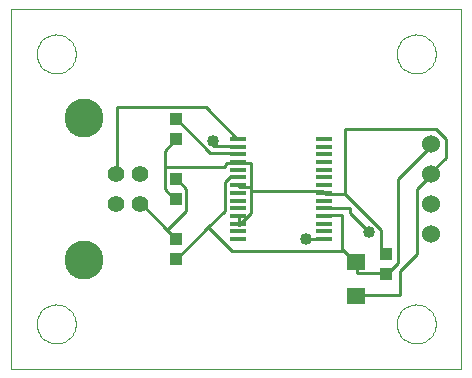
<source format=gtl>
G75*
G70*
%OFA0B0*%
%FSLAX24Y24*%
%IPPOS*%
%LPD*%
%AMOC8*
5,1,8,0,0,1.08239X$1,22.5*
%
%ADD10C,0.0000*%
%ADD11R,0.0394X0.0433*%
%ADD12R,0.0630X0.0551*%
%ADD13C,0.0560*%
%ADD14C,0.1300*%
%ADD15C,0.0600*%
%ADD16R,0.0550X0.0137*%
%ADD17C,0.0100*%
%ADD18C,0.0400*%
D10*
X001552Y000101D02*
X001552Y012101D01*
X016552Y012101D01*
X016552Y000101D01*
X001552Y000101D01*
X002402Y001601D02*
X002404Y001651D01*
X002410Y001701D01*
X002420Y001751D01*
X002433Y001799D01*
X002450Y001847D01*
X002471Y001893D01*
X002495Y001937D01*
X002523Y001979D01*
X002554Y002019D01*
X002588Y002056D01*
X002625Y002091D01*
X002664Y002122D01*
X002705Y002151D01*
X002749Y002176D01*
X002795Y002198D01*
X002842Y002216D01*
X002890Y002230D01*
X002939Y002241D01*
X002989Y002248D01*
X003039Y002251D01*
X003090Y002250D01*
X003140Y002245D01*
X003190Y002236D01*
X003238Y002224D01*
X003286Y002207D01*
X003332Y002187D01*
X003377Y002164D01*
X003420Y002137D01*
X003460Y002107D01*
X003498Y002074D01*
X003533Y002038D01*
X003566Y001999D01*
X003595Y001958D01*
X003621Y001915D01*
X003644Y001870D01*
X003663Y001823D01*
X003678Y001775D01*
X003690Y001726D01*
X003698Y001676D01*
X003702Y001626D01*
X003702Y001576D01*
X003698Y001526D01*
X003690Y001476D01*
X003678Y001427D01*
X003663Y001379D01*
X003644Y001332D01*
X003621Y001287D01*
X003595Y001244D01*
X003566Y001203D01*
X003533Y001164D01*
X003498Y001128D01*
X003460Y001095D01*
X003420Y001065D01*
X003377Y001038D01*
X003332Y001015D01*
X003286Y000995D01*
X003238Y000978D01*
X003190Y000966D01*
X003140Y000957D01*
X003090Y000952D01*
X003039Y000951D01*
X002989Y000954D01*
X002939Y000961D01*
X002890Y000972D01*
X002842Y000986D01*
X002795Y001004D01*
X002749Y001026D01*
X002705Y001051D01*
X002664Y001080D01*
X002625Y001111D01*
X002588Y001146D01*
X002554Y001183D01*
X002523Y001223D01*
X002495Y001265D01*
X002471Y001309D01*
X002450Y001355D01*
X002433Y001403D01*
X002420Y001451D01*
X002410Y001501D01*
X002404Y001551D01*
X002402Y001601D01*
X002402Y010601D02*
X002404Y010651D01*
X002410Y010701D01*
X002420Y010751D01*
X002433Y010799D01*
X002450Y010847D01*
X002471Y010893D01*
X002495Y010937D01*
X002523Y010979D01*
X002554Y011019D01*
X002588Y011056D01*
X002625Y011091D01*
X002664Y011122D01*
X002705Y011151D01*
X002749Y011176D01*
X002795Y011198D01*
X002842Y011216D01*
X002890Y011230D01*
X002939Y011241D01*
X002989Y011248D01*
X003039Y011251D01*
X003090Y011250D01*
X003140Y011245D01*
X003190Y011236D01*
X003238Y011224D01*
X003286Y011207D01*
X003332Y011187D01*
X003377Y011164D01*
X003420Y011137D01*
X003460Y011107D01*
X003498Y011074D01*
X003533Y011038D01*
X003566Y010999D01*
X003595Y010958D01*
X003621Y010915D01*
X003644Y010870D01*
X003663Y010823D01*
X003678Y010775D01*
X003690Y010726D01*
X003698Y010676D01*
X003702Y010626D01*
X003702Y010576D01*
X003698Y010526D01*
X003690Y010476D01*
X003678Y010427D01*
X003663Y010379D01*
X003644Y010332D01*
X003621Y010287D01*
X003595Y010244D01*
X003566Y010203D01*
X003533Y010164D01*
X003498Y010128D01*
X003460Y010095D01*
X003420Y010065D01*
X003377Y010038D01*
X003332Y010015D01*
X003286Y009995D01*
X003238Y009978D01*
X003190Y009966D01*
X003140Y009957D01*
X003090Y009952D01*
X003039Y009951D01*
X002989Y009954D01*
X002939Y009961D01*
X002890Y009972D01*
X002842Y009986D01*
X002795Y010004D01*
X002749Y010026D01*
X002705Y010051D01*
X002664Y010080D01*
X002625Y010111D01*
X002588Y010146D01*
X002554Y010183D01*
X002523Y010223D01*
X002495Y010265D01*
X002471Y010309D01*
X002450Y010355D01*
X002433Y010403D01*
X002420Y010451D01*
X002410Y010501D01*
X002404Y010551D01*
X002402Y010601D01*
X014402Y010601D02*
X014404Y010651D01*
X014410Y010701D01*
X014420Y010751D01*
X014433Y010799D01*
X014450Y010847D01*
X014471Y010893D01*
X014495Y010937D01*
X014523Y010979D01*
X014554Y011019D01*
X014588Y011056D01*
X014625Y011091D01*
X014664Y011122D01*
X014705Y011151D01*
X014749Y011176D01*
X014795Y011198D01*
X014842Y011216D01*
X014890Y011230D01*
X014939Y011241D01*
X014989Y011248D01*
X015039Y011251D01*
X015090Y011250D01*
X015140Y011245D01*
X015190Y011236D01*
X015238Y011224D01*
X015286Y011207D01*
X015332Y011187D01*
X015377Y011164D01*
X015420Y011137D01*
X015460Y011107D01*
X015498Y011074D01*
X015533Y011038D01*
X015566Y010999D01*
X015595Y010958D01*
X015621Y010915D01*
X015644Y010870D01*
X015663Y010823D01*
X015678Y010775D01*
X015690Y010726D01*
X015698Y010676D01*
X015702Y010626D01*
X015702Y010576D01*
X015698Y010526D01*
X015690Y010476D01*
X015678Y010427D01*
X015663Y010379D01*
X015644Y010332D01*
X015621Y010287D01*
X015595Y010244D01*
X015566Y010203D01*
X015533Y010164D01*
X015498Y010128D01*
X015460Y010095D01*
X015420Y010065D01*
X015377Y010038D01*
X015332Y010015D01*
X015286Y009995D01*
X015238Y009978D01*
X015190Y009966D01*
X015140Y009957D01*
X015090Y009952D01*
X015039Y009951D01*
X014989Y009954D01*
X014939Y009961D01*
X014890Y009972D01*
X014842Y009986D01*
X014795Y010004D01*
X014749Y010026D01*
X014705Y010051D01*
X014664Y010080D01*
X014625Y010111D01*
X014588Y010146D01*
X014554Y010183D01*
X014523Y010223D01*
X014495Y010265D01*
X014471Y010309D01*
X014450Y010355D01*
X014433Y010403D01*
X014420Y010451D01*
X014410Y010501D01*
X014404Y010551D01*
X014402Y010601D01*
X014402Y001601D02*
X014404Y001651D01*
X014410Y001701D01*
X014420Y001751D01*
X014433Y001799D01*
X014450Y001847D01*
X014471Y001893D01*
X014495Y001937D01*
X014523Y001979D01*
X014554Y002019D01*
X014588Y002056D01*
X014625Y002091D01*
X014664Y002122D01*
X014705Y002151D01*
X014749Y002176D01*
X014795Y002198D01*
X014842Y002216D01*
X014890Y002230D01*
X014939Y002241D01*
X014989Y002248D01*
X015039Y002251D01*
X015090Y002250D01*
X015140Y002245D01*
X015190Y002236D01*
X015238Y002224D01*
X015286Y002207D01*
X015332Y002187D01*
X015377Y002164D01*
X015420Y002137D01*
X015460Y002107D01*
X015498Y002074D01*
X015533Y002038D01*
X015566Y001999D01*
X015595Y001958D01*
X015621Y001915D01*
X015644Y001870D01*
X015663Y001823D01*
X015678Y001775D01*
X015690Y001726D01*
X015698Y001676D01*
X015702Y001626D01*
X015702Y001576D01*
X015698Y001526D01*
X015690Y001476D01*
X015678Y001427D01*
X015663Y001379D01*
X015644Y001332D01*
X015621Y001287D01*
X015595Y001244D01*
X015566Y001203D01*
X015533Y001164D01*
X015498Y001128D01*
X015460Y001095D01*
X015420Y001065D01*
X015377Y001038D01*
X015332Y001015D01*
X015286Y000995D01*
X015238Y000978D01*
X015190Y000966D01*
X015140Y000957D01*
X015090Y000952D01*
X015039Y000951D01*
X014989Y000954D01*
X014939Y000961D01*
X014890Y000972D01*
X014842Y000986D01*
X014795Y001004D01*
X014749Y001026D01*
X014705Y001051D01*
X014664Y001080D01*
X014625Y001111D01*
X014588Y001146D01*
X014554Y001183D01*
X014523Y001223D01*
X014495Y001265D01*
X014471Y001309D01*
X014450Y001355D01*
X014433Y001403D01*
X014420Y001451D01*
X014410Y001501D01*
X014404Y001551D01*
X014402Y001601D01*
D11*
X014052Y003266D03*
X014052Y003935D03*
X007052Y003766D03*
X007052Y004435D03*
X007052Y005766D03*
X007052Y006435D03*
X007052Y007766D03*
X007052Y008435D03*
D12*
X013052Y003652D03*
X013052Y002550D03*
D13*
X005832Y005609D03*
X005052Y005609D03*
X005052Y006593D03*
X005832Y006593D03*
D14*
X003982Y008471D03*
X003982Y003731D03*
D15*
X015552Y004601D03*
X015552Y005601D03*
X015552Y006601D03*
X015552Y007601D03*
D16*
X011991Y007508D03*
X011991Y007252D03*
X011991Y006996D03*
X011991Y006741D03*
X011991Y006485D03*
X011991Y006229D03*
X011991Y005973D03*
X011991Y005717D03*
X011991Y005461D03*
X011991Y005205D03*
X011991Y004949D03*
X011991Y004693D03*
X011991Y004437D03*
X009113Y004437D03*
X009113Y004693D03*
X009113Y004949D03*
X009113Y005205D03*
X009113Y005461D03*
X009113Y005717D03*
X009113Y005973D03*
X009113Y006229D03*
X009113Y006485D03*
X009113Y006741D03*
X009113Y006996D03*
X009113Y007252D03*
X009113Y007508D03*
X009113Y007764D03*
X011991Y007764D03*
D17*
X012672Y008101D02*
X012672Y005941D01*
X012032Y005941D01*
X011991Y005973D01*
X011952Y006021D01*
X009552Y006021D01*
X009552Y006181D01*
X009552Y006981D01*
X009152Y006981D01*
X009113Y006996D01*
X009072Y006981D01*
X008752Y006981D01*
X008672Y006901D01*
X008672Y006821D01*
X006672Y006821D01*
X006672Y006101D01*
X006992Y005781D01*
X007052Y005766D01*
X007392Y006101D02*
X007392Y005381D01*
X006752Y004741D01*
X006992Y004501D01*
X007052Y004435D01*
X006752Y004741D02*
X005872Y005621D01*
X005832Y005609D01*
X007052Y006435D02*
X007072Y006421D01*
X007392Y006101D01*
X006672Y006821D02*
X006672Y007381D01*
X006992Y007701D01*
X007052Y007766D01*
X007072Y008421D02*
X007052Y008435D01*
X007072Y008421D02*
X008192Y007301D01*
X009072Y007301D01*
X009113Y007252D01*
X009113Y007508D02*
X009072Y007541D01*
X008272Y007541D01*
X008272Y007701D01*
X009072Y007781D02*
X009113Y007764D01*
X009072Y007781D02*
X008032Y008821D01*
X005072Y008821D01*
X005072Y006661D01*
X005052Y006593D01*
X007072Y003781D02*
X008112Y004821D01*
X008912Y004021D01*
X012592Y004021D01*
X012592Y004101D01*
X012992Y003701D01*
X013052Y003652D01*
X013072Y003621D01*
X013072Y003301D01*
X014032Y003301D01*
X014052Y003266D01*
X014112Y003301D01*
X014432Y003621D01*
X014432Y006421D01*
X015552Y007541D01*
X015552Y007601D01*
X016032Y007781D02*
X015712Y008101D01*
X012672Y008101D01*
X015072Y006101D02*
X015552Y006581D01*
X015552Y006601D01*
X015552Y006661D01*
X016032Y007141D01*
X016032Y007781D01*
X015072Y006101D02*
X015072Y003941D01*
X014512Y003381D01*
X014512Y002581D01*
X013072Y002581D01*
X013052Y002550D01*
X014032Y003941D02*
X014052Y003935D01*
X014032Y003941D02*
X013872Y004101D01*
X013872Y004741D01*
X012672Y005941D01*
X012832Y005461D02*
X012032Y005461D01*
X011991Y005461D01*
X012032Y005221D02*
X011991Y005205D01*
X012032Y005221D02*
X012592Y005221D01*
X012592Y004101D01*
X011991Y004437D02*
X011952Y004421D01*
X011392Y004421D01*
X012832Y005301D02*
X013472Y004661D01*
X012832Y005301D02*
X012832Y005461D01*
X009552Y005301D02*
X009152Y004901D01*
X009113Y004949D01*
X009152Y004981D01*
X009152Y005141D01*
X009113Y005205D01*
X009552Y005301D02*
X009552Y006021D01*
X009552Y006181D02*
X009152Y006181D01*
X009113Y006229D01*
X009113Y006485D02*
X009072Y006501D01*
X008832Y006501D01*
X008672Y006341D01*
X008672Y005381D01*
X008112Y004821D01*
X007072Y003781D02*
X007052Y003766D01*
D18*
X011392Y004421D03*
X013472Y004661D03*
X008272Y007701D03*
M02*

</source>
